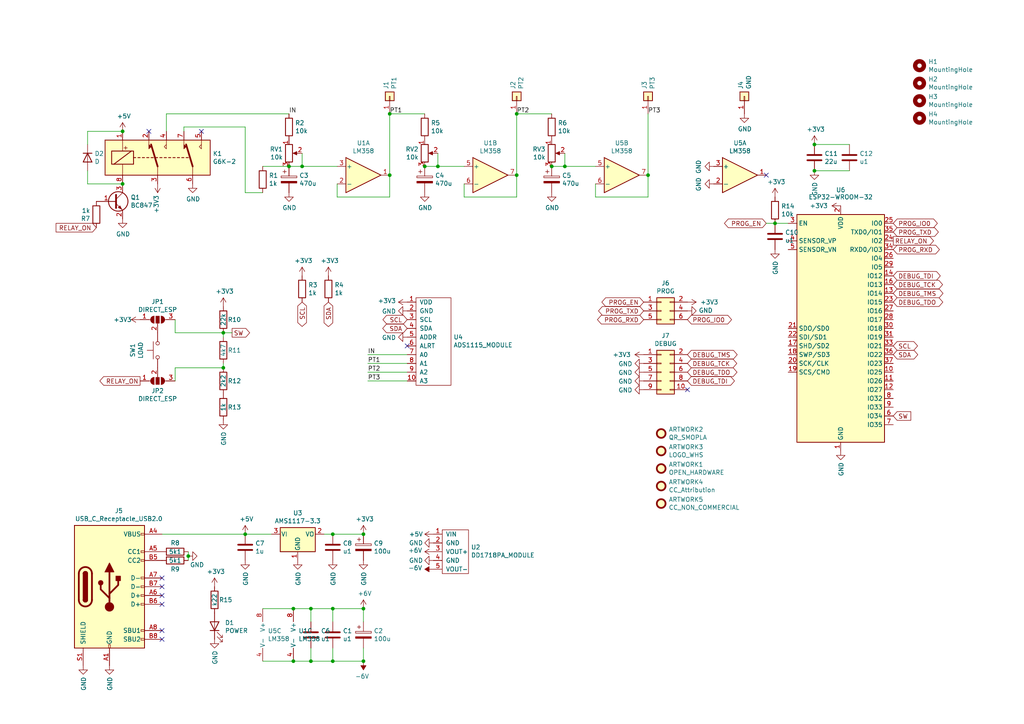
<source format=kicad_sch>
(kicad_sch (version 20211123) (generator eeschema)
  (paper "A4")
  (lib_symbols
    (symbol "Amplifier_Operational:LM358" (pin_names (offset 0.127))
      (property "Reference" "U" (at 0 5.08 0))
      (property "Value" "LM358" (at 0 -5.08 0))
      (symbol "LM358_1_1"
        (pin output line (at 7.62 0 180) (length 2.54) (name "~") (number "1"))
        (pin input line (at -7.62 -2.54 0) (length 2.54) (name "-") (number "2"))
        (pin input line (at -7.62 2.54 0) (length 2.54) (name "+") (number "3"))
      )
      (symbol "LM358_2_1"
        (pin input line (at -7.62 2.54 0) (length 2.54) (name "+") (number "5"))
        (pin input line (at -7.62 -2.54 0) (length 2.54) (name "-") (number "6"))
        (pin output line (at 7.62 0 180) (length 2.54) (name "~") (number "7"))
      )
      (symbol "LM358_3_1"
        (pin power_in line (at -2.54 -7.62 90) (length 3.81) (name "V-") (number "4"))
        (pin power_in line (at -2.54 7.62 270) (length 3.81) (name "V+") (number "8"))
      )
    )
    (symbol "Connector_Generic:Conn_01x01" (pin_names (offset 1.016) hide)
      (property "Reference" "J" (at 0 2.54 0))
      (property "Value" "Conn_01x01" (at 0 -2.54 0))
      (symbol "Conn_01x01_1_1"
        (pin passive line (at -5.08 0 0) (length 3.81) (name "Pin_1") (number "1"))
      )
    )
    (symbol "Connector_Generic:Conn_02x03_Odd_Even" (pin_names (offset 1.016) hide)
      (property "Reference" "J" (at 1.27 5.08 0))
      (property "Value" "Conn_02x03_Odd_Even" (at 1.27 -5.08 0))
      (symbol "Conn_02x03_Odd_Even_1_1"
        (pin passive line (at -5.08 2.54 0) (length 3.81) (name "Pin_1") (number "1"))
        (pin passive line (at 7.62 2.54 180) (length 3.81) (name "Pin_2") (number "2"))
        (pin passive line (at -5.08 0 0) (length 3.81) (name "Pin_3") (number "3"))
        (pin passive line (at 7.62 0 180) (length 3.81) (name "Pin_4") (number "4"))
        (pin passive line (at -5.08 -2.54 0) (length 3.81) (name "Pin_5") (number "5"))
        (pin passive line (at 7.62 -2.54 180) (length 3.81) (name "Pin_6") (number "6"))
      )
    )
    (symbol "Connector_Generic:Conn_02x05_Odd_Even" (pin_names (offset 1.016) hide)
      (property "Reference" "J" (at 1.27 7.62 0))
      (property "Value" "Conn_02x05_Odd_Even" (at 1.27 -7.62 0))
      (symbol "Conn_02x05_Odd_Even_1_1"
        (pin passive line (at -5.08 5.08 0) (length 3.81) (name "Pin_1") (number "1"))
        (pin passive line (at 7.62 -5.08 180) (length 3.81) (name "Pin_10") (number "10"))
        (pin passive line (at 7.62 5.08 180) (length 3.81) (name "Pin_2") (number "2"))
        (pin passive line (at -5.08 2.54 0) (length 3.81) (name "Pin_3") (number "3"))
        (pin passive line (at 7.62 2.54 180) (length 3.81) (name "Pin_4") (number "4"))
        (pin passive line (at -5.08 0 0) (length 3.81) (name "Pin_5") (number "5"))
        (pin passive line (at 7.62 0 180) (length 3.81) (name "Pin_6") (number "6"))
        (pin passive line (at -5.08 -2.54 0) (length 3.81) (name "Pin_7") (number "7"))
        (pin passive line (at 7.62 -2.54 180) (length 3.81) (name "Pin_8") (number "8"))
        (pin passive line (at -5.08 -5.08 0) (length 3.81) (name "Pin_9") (number "9"))
      )
    )
    (symbol "Device:C" (pin_numbers hide) (pin_names (offset 0.254))
      (property "Reference" "C" (at 0.635 2.54 0))
      (property "Value" "C" (at 0.635 -2.54 0))
      (symbol "C_1_1"
        (pin passive line (at 0 3.81 270) (length 2.794) (name "~") (number "1"))
        (pin passive line (at 0 -3.81 90) (length 2.794) (name "~") (number "2"))
      )
    )
    (symbol "Device:CP" (pin_numbers hide) (pin_names (offset 0.254))
      (property "Reference" "C" (at 0.635 2.54 0))
      (property "Value" "Device_CP" (at 0.635 -2.54 0))
      (symbol "CP_1_1"
        (pin passive line (at 0 3.81 270) (length 2.794) (name "~") (number "1"))
        (pin passive line (at 0 -3.81 90) (length 2.794) (name "~") (number "2"))
      )
    )
    (symbol "Device:D" (pin_numbers hide) (pin_names (offset 1.016) hide)
      (property "Reference" "D" (at 0 2.54 0))
      (property "Value" "D" (at 0 -2.54 0))
      (symbol "D_1_1"
        (pin passive line (at -3.81 0 0) (length 2.54) (name "K") (number "1"))
        (pin passive line (at 3.81 0 180) (length 2.54) (name "A") (number "2"))
      )
    )
    (symbol "Device:LED" (pin_numbers hide) (pin_names (offset 1.016) hide)
      (property "Reference" "D" (at 0 2.54 0))
      (property "Value" "LED" (at 0 -2.54 0))
      (symbol "LED_1_1"
        (pin passive line (at -3.81 0 0) (length 2.54) (name "K") (number "1"))
        (pin passive line (at 3.81 0 180) (length 2.54) (name "A") (number "2"))
      )
    )
    (symbol "Device:R" (pin_numbers hide) (pin_names (offset 0))
      (property "Reference" "R" (at 2.032 0 90))
      (property "Value" "R" (at 0 0 90))
      (symbol "R_1_1"
        (pin passive line (at 0 3.81 270) (length 1.27) (name "~") (number "1"))
        (pin passive line (at 0 -3.81 90) (length 1.27) (name "~") (number "2"))
      )
    )
    (symbol "Device:R_POT" (pin_names (offset 1.016) hide)
      (property "Reference" "RV" (at -4.445 0 90))
      (property "Value" "Device_R_POT" (at -2.54 0 90))
      (symbol "R_POT_1_1"
        (pin passive line (at 0 3.81 270) (length 1.27) (name "1") (number "1"))
        (pin passive line (at 3.81 0 180) (length 1.27) (name "2") (number "2"))
        (pin passive line (at 0 -3.81 90) (length 1.27) (name "3") (number "3"))
      )
    )
    (symbol "Jumper:SolderJumper_3_Open" (pin_names (offset 0) hide)
      (property "Reference" "JP" (at -2.54 -2.54 0))
      (property "Value" "SolderJumper_3_Open" (at 0 2.794 0))
      (symbol "SolderJumper_3_Open_1_1"
        (pin passive line (at -5.08 0 0) (length 2.54) (name "A") (number "1"))
        (pin input line (at 0 -3.81 90) (length 2.54) (name "C") (number "2"))
        (pin passive line (at 5.08 0 180) (length 2.54) (name "B") (number "3"))
      )
    )
    (symbol "Mechanical:Fiducial"
      (property "Reference" "FID" (at 0 5.08 0))
      (property "Value" "Fiducial" (at 0 3.175 0))
    )
    (symbol "Mechanical:MountingHole" (pin_names (offset 1.016))
      (property "Reference" "H" (at 0 5.08 0))
      (property "Value" "MountingHole" (at 0 3.175 0))
    )
    (symbol "PTnglieder-rescue:USB_C_Receptacle_USB2.0-Connector" (pin_names (offset 1.016))
      (property "Reference" "J" (at -10.16 19.05 0))
      (property "Value" "USB_C_Receptacle_USB2.0-Connector" (at 19.05 19.05 0))
      (symbol "USB_C_Receptacle_USB2.0-Connector_1_1"
        (pin power_in line (at 0 -22.86 90) (length 5.08) (name "GND") (number "A1"))
        (pin passive line (at 0 -22.86 90) (length 5.08) hide (name "GND") (number "A12"))
        (pin power_in line (at 15.24 15.24 180) (length 5.08) (name "VBUS") (number "A4"))
        (pin bidirectional line (at 15.24 10.16 180) (length 5.08) (name "CC1") (number "A5"))
        (pin bidirectional line (at 15.24 -2.54 180) (length 5.08) (name "D+") (number "A6"))
        (pin bidirectional line (at 15.24 2.54 180) (length 5.08) (name "D-") (number "A7"))
        (pin bidirectional line (at 15.24 -12.7 180) (length 5.08) (name "SBU1") (number "A8"))
        (pin passive line (at 15.24 15.24 180) (length 5.08) hide (name "VBUS") (number "A9"))
        (pin passive line (at 0 -22.86 90) (length 5.08) hide (name "GND") (number "B1"))
        (pin passive line (at 0 -22.86 90) (length 5.08) hide (name "GND") (number "B12"))
        (pin passive line (at 15.24 15.24 180) (length 5.08) hide (name "VBUS") (number "B4"))
        (pin bidirectional line (at 15.24 7.62 180) (length 5.08) (name "CC2") (number "B5"))
        (pin bidirectional line (at 15.24 -5.08 180) (length 5.08) (name "D+") (number "B6"))
        (pin bidirectional line (at 15.24 0 180) (length 5.08) (name "D-") (number "B7"))
        (pin bidirectional line (at 15.24 -15.24 180) (length 5.08) (name "SBU2") (number "B8"))
        (pin passive line (at 15.24 15.24 180) (length 5.08) hide (name "VBUS") (number "B9"))
        (pin passive line (at -7.62 -22.86 90) (length 5.08) (name "SHIELD") (number "S1"))
      )
    )
    (symbol "RF_Module:ESP32-WROOM-32"
      (property "Reference" "U" (at -12.7 34.29 0))
      (property "Value" "ESP32-WROOM-32" (at 1.27 34.29 0))
      (symbol "ESP32-WROOM-32_1_1"
        (pin power_in line (at 0 -35.56 90) (length 2.54) (name "GND") (number "1"))
        (pin bidirectional line (at 15.24 -12.7 180) (length 2.54) (name "IO25") (number "10"))
        (pin bidirectional line (at 15.24 -15.24 180) (length 2.54) (name "IO26") (number "11"))
        (pin bidirectional line (at 15.24 -17.78 180) (length 2.54) (name "IO27") (number "12"))
        (pin bidirectional line (at 15.24 10.16 180) (length 2.54) (name "IO14") (number "13"))
        (pin bidirectional line (at 15.24 15.24 180) (length 2.54) (name "IO12") (number "14"))
        (pin passive line (at 0 -35.56 90) (length 2.54) hide (name "GND") (number "15"))
        (pin bidirectional line (at 15.24 12.7 180) (length 2.54) (name "IO13") (number "16"))
        (pin bidirectional line (at -15.24 -5.08 0) (length 2.54) (name "SHD/SD2") (number "17"))
        (pin bidirectional line (at -15.24 -7.62 0) (length 2.54) (name "SWP/SD3") (number "18"))
        (pin bidirectional line (at -15.24 -12.7 0) (length 2.54) (name "SCS/CMD") (number "19"))
        (pin power_in line (at 0 35.56 270) (length 2.54) (name "VDD") (number "2"))
        (pin bidirectional line (at -15.24 -10.16 0) (length 2.54) (name "SCK/CLK") (number "20"))
        (pin bidirectional line (at -15.24 0 0) (length 2.54) (name "SDO/SD0") (number "21"))
        (pin bidirectional line (at -15.24 -2.54 0) (length 2.54) (name "SDI/SD1") (number "22"))
        (pin bidirectional line (at 15.24 7.62 180) (length 2.54) (name "IO15") (number "23"))
        (pin bidirectional line (at 15.24 25.4 180) (length 2.54) (name "IO2") (number "24"))
        (pin bidirectional line (at 15.24 30.48 180) (length 2.54) (name "IO0") (number "25"))
        (pin bidirectional line (at 15.24 20.32 180) (length 2.54) (name "IO4") (number "26"))
        (pin bidirectional line (at 15.24 5.08 180) (length 2.54) (name "IO16") (number "27"))
        (pin bidirectional line (at 15.24 2.54 180) (length 2.54) (name "IO17") (number "28"))
        (pin bidirectional line (at 15.24 17.78 180) (length 2.54) (name "IO5") (number "29"))
        (pin input line (at -15.24 30.48 0) (length 2.54) (name "EN") (number "3"))
        (pin bidirectional line (at 15.24 0 180) (length 2.54) (name "IO18") (number "30"))
        (pin bidirectional line (at 15.24 -2.54 180) (length 2.54) (name "IO19") (number "31"))
        (pin no_connect line (at -12.7 -27.94 0) (length 2.54) hide (name "NC") (number "32"))
        (pin bidirectional line (at 15.24 -5.08 180) (length 2.54) (name "IO21") (number "33"))
        (pin bidirectional line (at 15.24 22.86 180) (length 2.54) (name "RXD0/IO3") (number "34"))
        (pin bidirectional line (at 15.24 27.94 180) (length 2.54) (name "TXD0/IO1") (number "35"))
        (pin bidirectional line (at 15.24 -7.62 180) (length 2.54) (name "IO22") (number "36"))
        (pin bidirectional line (at 15.24 -10.16 180) (length 2.54) (name "IO23") (number "37"))
        (pin passive line (at 0 -35.56 90) (length 2.54) hide (name "GND") (number "38"))
        (pin passive line (at 0 -35.56 90) (length 2.54) hide (name "GND") (number "39"))
        (pin input line (at -15.24 25.4 0) (length 2.54) (name "SENSOR_VP") (number "4"))
        (pin input line (at -15.24 22.86 0) (length 2.54) (name "SENSOR_VN") (number "5"))
        (pin input line (at 15.24 -25.4 180) (length 2.54) (name "IO34") (number "6"))
        (pin input line (at 15.24 -27.94 180) (length 2.54) (name "IO35") (number "7"))
        (pin bidirectional line (at 15.24 -20.32 180) (length 2.54) (name "IO32") (number "8"))
        (pin bidirectional line (at 15.24 -22.86 180) (length 2.54) (name "IO33") (number "9"))
      )
    )
    (symbol "Regulator_Linear:AMS1117-3.3" (pin_names (offset 0.254))
      (property "Reference" "U" (at -3.81 3.175 0))
      (property "Value" "AMS1117-3.3" (at 0 3.175 0))
      (symbol "AMS1117-3.3_1_1"
        (pin power_in line (at 0 -7.62 90) (length 2.54) (name "GND") (number "1"))
        (pin power_out line (at 7.62 0 180) (length 2.54) (name "VO") (number "2"))
        (pin power_in line (at -7.62 0 0) (length 2.54) (name "VI") (number "3"))
      )
    )
    (symbol "Relay:G6K-2"
      (property "Reference" "K" (at 16.51 3.81 0))
      (property "Value" "G6K-2" (at 16.51 1.27 0))
      (symbol "G6K-2_0_0"
        (text "+" (at -9.271 2.921 0) (effects (font (size 1.27 1.27))))
      )
      (symbol "G6K-2_1_1"
        (pin passive line (at -10.16 7.62 270) (length 2.54) (name "~") (number "1"))
        (pin passive line (at -2.54 7.62 270) (length 2.54) (name "~") (number "2"))
        (pin passive line (at 0 -7.62 90) (length 2.54) (name "~") (number "3"))
        (pin passive line (at 2.54 7.62 270) (length 2.54) (name "~") (number "4"))
        (pin passive line (at 12.7 7.62 270) (length 2.54) (name "~") (number "5"))
        (pin passive line (at 10.16 -7.62 90) (length 2.54) (name "~") (number "6"))
        (pin passive line (at 7.62 7.62 270) (length 2.54) (name "~") (number "7"))
        (pin passive line (at -10.16 -7.62 90) (length 2.54) (name "~") (number "8"))
      )
    )
    (symbol "Switch:SW_Push" (pin_numbers hide) (pin_names (offset 1.016) hide)
      (property "Reference" "SW" (at 1.27 2.54 0))
      (property "Value" "SW_Push" (at 0 -1.524 0))
      (symbol "SW_Push_0_1"
        (pin passive line (at -5.08 0 0) (length 2.54) (name "1") (number "1"))
        (pin passive line (at 5.08 0 180) (length 2.54) (name "2") (number "2"))
      )
    )
    (symbol "Transistor_BJT:BC847" (pin_names (offset 0) hide)
      (property "Reference" "Q" (at 5.08 1.905 0))
      (property "Value" "BC847" (at 5.08 0 0))
      (symbol "BC847_1_1"
        (pin input line (at -5.08 0 0) (length 5.715) (name "B") (number "1"))
        (pin passive line (at 2.54 -5.08 90) (length 2.54) (name "E") (number "2"))
        (pin passive line (at 2.54 5.08 270) (length 2.54) (name "C") (number "3"))
      )
    )
    (symbol "power:+3V3" (power) (pin_names (offset 0))
      (property "Value" "+3V3" (at 0 3.556 0))
      (symbol "+3V3_1_1"
        (pin power_in line (at 0 0 90) (length 0) hide (name "+3V3") (number "1"))
      )
    )
    (symbol "power:+5V" (power) (pin_names (offset 0))
      (property "Value" "+5V" (at 0 3.556 0))
      (symbol "+5V_1_1"
        (pin power_in line (at 0 0 90) (length 0) hide (name "+5V") (number "1"))
      )
    )
    (symbol "power:+6V" (power) (pin_names (offset 0))
      (property "Value" "+6V" (at 0 3.556 0))
      (symbol "+6V_1_1"
        (pin power_in line (at 0 0 90) (length 0) hide (name "+6V") (number "1"))
      )
    )
    (symbol "power:-6V" (power) (pin_names (offset 0))
      (property "Value" "-6V" (at 0 3.81 0))
      (symbol "-6V_0_0"
        (pin power_in line (at 0 0 90) (length 0) hide (name "-6V") (number "1"))
      )
    )
    (symbol "power:GND" (power) (pin_names (offset 0))
      (property "Value" "GND" (at 0 -3.81 0))
      (symbol "GND_1_1"
        (pin power_in line (at 0 0 270) (length 0) hide (name "GND") (number "1"))
      )
    )
    (symbol "smopla:ADS1115_MODULE" (pin_names (offset 1.016))
      (property "Reference" "U" (at 0 22.86 0))
      (property "Value" "smopla_ADS1115_MODULE" (at 0 20.32 0))
      (symbol "ADS1115_MODULE_1_1"
        (pin power_in line (at -7.62 17.78 0) (length 2.54) (name "VDD") (number "1"))
        (pin input line (at -7.62 -5.08 0) (length 2.54) (name "A3") (number "10"))
        (pin power_in line (at -7.62 15.24 0) (length 2.54) (name "GND") (number "2"))
        (pin bidirectional line (at -7.62 12.7 0) (length 2.54) (name "SCL") (number "3"))
        (pin bidirectional line (at -7.62 10.16 0) (length 2.54) (name "SDA") (number "4"))
        (pin input line (at -7.62 7.62 0) (length 2.54) (name "ADDR") (number "5"))
        (pin output line (at -7.62 5.08 0) (length 2.54) (name "ALRT") (number "6"))
        (pin input line (at -7.62 2.54 0) (length 2.54) (name "A0") (number "7"))
        (pin input line (at -7.62 0 0) (length 2.54) (name "A1") (number "8"))
        (pin input line (at -7.62 -2.54 0) (length 2.54) (name "A2") (number "9"))
      )
    )
    (symbol "smopla:DD1718PA_MODULE" (pin_names (offset 1.016))
      (property "Reference" "U" (at 0 10.16 0))
      (property "Value" "smopla_DD1718PA_MODULE" (at 0 7.62 0))
      (symbol "DD1718PA_MODULE_1_1"
        (pin power_in line (at -6.35 5.08 0) (length 2.54) (name "VIN") (number "1"))
        (pin unspecified line (at -6.35 2.54 0) (length 2.54) (name "GND") (number "2"))
        (pin power_out line (at -6.35 0 0) (length 2.54) (name "VOUT+") (number "3"))
        (pin unspecified line (at -6.35 -2.54 0) (length 2.54) (name "GND") (number "4"))
        (pin power_out line (at -6.35 -5.08 0) (length 2.54) (name "VOUT-") (number "5"))
      )
    )
  )
  (junction (at 149.86 33.02))
  (junction (at 236.22 41.91))
  (junction (at 64.77 106.68))
  (junction (at 105.41 154.94))
  (junction (at 85.09 191.77))
  (junction (at 160.02 48.26))
  (junction (at 96.52 154.94))
  (junction (at 83.82 48.26))
  (junction (at 90.17 191.77))
  (junction (at 127 48.26))
  (junction (at 35.56 53.34))
  (junction (at 236.22 49.53))
  (junction (at 187.96 50.8))
  (junction (at 163.83 48.26))
  (junction (at 87.63 48.26))
  (junction (at 96.52 176.53))
  (junction (at 123.19 48.26))
  (junction (at 105.41 176.53))
  (junction (at 149.86 50.8))
  (junction (at 85.09 176.53))
  (junction (at 113.03 33.02))
  (junction (at 96.52 191.77))
  (junction (at 90.17 176.53))
  (junction (at 224.79 64.77))
  (junction (at 71.12 154.94))
  (junction (at 105.41 191.77))
  (junction (at 35.56 38.1))
  (junction (at 113.03 50.8))
  (junction (at 54.61 161.29))
  (junction (at 64.77 96.52))
  (no_connect (at 118.11 100.33))
  (no_connect (at 46.99 185.42))
  (no_connect (at 46.99 170.18))
  (no_connect (at 222.25 50.8))
  (no_connect (at 46.99 182.88))
  (no_connect (at 46.99 172.72))
  (no_connect (at 58.42 38.1))
  (no_connect (at 43.18 38.1))
  (no_connect (at 46.99 175.26))
  (no_connect (at 46.99 167.64))
  (no_connect (at 199.39 113.03))
  (no_connect (at -44.45 26.67))
  (wire (pts (xy 96.52 191.77) (xy 96.52 187.96)))
  (wire (pts (xy 118.11 105.41) (xy 106.68 105.41)))
  (wire (pts (xy 90.17 180.34) (xy 90.17 176.53)))
  (wire (pts (xy 127 48.26) (xy 134.62 48.26)))
  (wire (pts (xy 76.2 48.26) (xy 83.82 48.26)))
  (wire (pts (xy 97.79 57.15) (xy 113.03 57.15)))
  (wire (pts (xy 149.86 57.15) (xy 149.86 50.8)))
  (wire (pts (xy 53.34 36.83) (xy 53.34 38.1)))
  (wire (pts (xy 172.72 53.34) (xy 172.72 57.15)))
  (wire (pts (xy 50.8 96.52) (xy 50.8 92.71)))
  (wire (pts (xy 64.77 97.79) (xy 64.77 96.52)))
  (wire (pts (xy 48.26 33.02) (xy 48.26 38.1)))
  (wire (pts (xy 64.77 96.52) (xy 67.31 96.52)))
  (wire (pts (xy 246.38 49.53) (xy 236.22 49.53)))
  (wire (pts (xy 93.98 154.94) (xy 96.52 154.94)))
  (wire (pts (xy 90.17 191.77) (xy 96.52 191.77)))
  (wire (pts (xy 113.03 50.8) (xy 113.03 57.15)))
  (wire (pts (xy 96.52 176.53) (xy 105.41 176.53)))
  (wire (pts (xy 64.77 105.41) (xy 64.77 106.68)))
  (wire (pts (xy 149.86 50.8) (xy 149.86 33.02)))
  (wire (pts (xy 35.56 38.1) (xy 25.4 38.1)))
  (wire (pts (xy 71.12 154.94) (xy 78.74 154.94)))
  (wire (pts (xy 54.61 162.56) (xy 54.61 161.29)))
  (wire (pts (xy 87.63 44.45) (xy 87.63 48.26)))
  (wire (pts (xy 228.6 64.77) (xy 224.79 64.77)))
  (wire (pts (xy 187.96 50.8) (xy 187.96 57.15)))
  (wire (pts (xy 76.2 55.88) (xy 71.12 55.88)))
  (wire (pts (xy 96.52 154.94) (xy 105.41 154.94)))
  (wire (pts (xy 105.41 191.77) (xy 105.41 187.96)))
  (wire (pts (xy 118.11 107.95) (xy 106.68 107.95)))
  (wire (pts (xy 71.12 36.83) (xy 53.34 36.83)))
  (wire (pts (xy 90.17 176.53) (xy 96.52 176.53)))
  (wire (pts (xy 76.2 191.77) (xy 85.09 191.77)))
  (wire (pts (xy 96.52 191.77) (xy 105.41 191.77)))
  (wire (pts (xy 246.38 41.91) (xy 236.22 41.91)))
  (wire (pts (xy 97.79 53.34) (xy 97.79 57.15)))
  (wire (pts (xy 71.12 55.88) (xy 71.12 36.83)))
  (wire (pts (xy 35.56 53.34) (xy 25.4 53.34)))
  (wire (pts (xy 123.19 48.26) (xy 127 48.26)))
  (wire (pts (xy 25.4 38.1) (xy 25.4 41.91)))
  (wire (pts (xy 149.86 33.02) (xy 160.02 33.02)))
  (wire (pts (xy 76.2 176.53) (xy 85.09 176.53)))
  (wire (pts (xy 127 44.45) (xy 127 48.26)))
  (wire (pts (xy 134.62 57.15) (xy 149.86 57.15)))
  (wire (pts (xy 134.62 53.34) (xy 134.62 57.15)))
  (wire (pts (xy 85.09 191.77) (xy 90.17 191.77)))
  (wire (pts (xy 163.83 44.45) (xy 163.83 48.26)))
  (wire (pts (xy 113.03 33.02) (xy 113.03 50.8)))
  (wire (pts (xy 160.02 48.26) (xy 163.83 48.26)))
  (wire (pts (xy 54.61 161.29) (xy 54.61 160.02)))
  (wire (pts (xy 163.83 48.26) (xy 172.72 48.26)))
  (wire (pts (xy 25.4 53.34) (xy 25.4 49.53)))
  (wire (pts (xy 118.11 110.49) (xy 106.68 110.49)))
  (wire (pts (xy 113.03 33.02) (xy 123.19 33.02)))
  (wire (pts (xy 105.41 176.53) (xy 105.41 180.34)))
  (wire (pts (xy 172.72 57.15) (xy 187.96 57.15)))
  (wire (pts (xy 224.79 64.77) (xy 222.25 64.77)))
  (wire (pts (xy 187.96 33.02) (xy 187.96 50.8)))
  (wire (pts (xy 90.17 187.96) (xy 90.17 191.77)))
  (wire (pts (xy 50.8 106.68) (xy 50.8 110.49)))
  (wire (pts (xy 46.99 154.94) (xy 71.12 154.94)))
  (wire (pts (xy 96.52 176.53) (xy 96.52 180.34)))
  (wire (pts (xy 85.09 176.53) (xy 90.17 176.53)))
  (wire (pts (xy 83.82 33.02) (xy 48.26 33.02)))
  (wire (pts (xy 87.63 48.26) (xy 97.79 48.26)))
  (wire (pts (xy 118.11 102.87) (xy 106.68 102.87)))
  (wire (pts (xy 83.82 48.26) (xy 87.63 48.26)))
  (wire (pts (xy 50.8 96.52) (xy 64.77 96.52)))
  (wire (pts (xy 50.8 106.68) (xy 64.77 106.68)))
  (label "PT1" (at 113.03 33.02 0))
  (label "IN" (at 106.68 102.87 0))
  (label "IN" (at 83.82 33.02 0))
  (label "PT1" (at 106.68 105.41 0))
  (label "PT3" (at 106.68 110.49 0))
  (label "PT2" (at 106.68 107.95 0))
  (label "PT2" (at 149.86 33.02 0))
  (label "PT3" (at 187.96 33.02 0))
  (global_label "SDA" (shape bidirectional) (at 259.08 102.87 0) (property "Intersheet References" "${INTERSHEET_REFS}" (effects hide)))
  (global_label "PROG_EN" (shape bidirectional) (at 222.25 64.77 180) (property "Intersheet References" "${INTERSHEET_REFS}" (effects hide)))
  (global_label "DEBUG_TCK" (shape bidirectional) (at 259.08 82.55 0) (property "Intersheet References" "${INTERSHEET_REFS}" (effects hide)))
  (global_label "DEBUG_TDO" (shape bidirectional) (at 259.08 87.63 0) (property "Intersheet References" "${INTERSHEET_REFS}" (effects hide)))
  (global_label "SCL" (shape bidirectional) (at 259.08 100.33 0) (property "Intersheet References" "${INTERSHEET_REFS}" (effects hide)))
  (global_label "DEBUG_TMS" (shape bidirectional) (at 259.08 85.09 0) (property "Intersheet References" "${INTERSHEET_REFS}" (effects hide)))
  (global_label "RELAY_ON" (shape output) (at 259.08 69.85 0) (property "Intersheet References" "${INTERSHEET_REFS}" (effects hide)))
  (global_label "SW" (shape output) (at 67.31 96.52 0) (property "Intersheet References" "${INTERSHEET_REFS}" (effects hide)))
  (global_label "SDA" (shape bidirectional) (at 95.25 87.63 270) (property "Intersheet References" "${INTERSHEET_REFS}" (effects hide)))
  (global_label "DEBUG_TCK" (shape bidirectional) (at 199.39 105.41 0) (property "Intersheet References" "${INTERSHEET_REFS}" (effects hide)))
  (global_label "SCL" (shape bidirectional) (at 118.11 92.71 180) (property "Intersheet References" "${INTERSHEET_REFS}" (effects hide)))
  (global_label "PROG_TXD" (shape bidirectional) (at 186.69 90.17 180) (property "Intersheet References" "${INTERSHEET_REFS}" (effects hide)))
  (global_label "DEBUG_TDI" (shape bidirectional) (at 199.39 110.49 0) (property "Intersheet References" "${INTERSHEET_REFS}" (effects hide)))
  (global_label "SCL" (shape bidirectional) (at 87.63 87.63 270) (property "Intersheet References" "${INTERSHEET_REFS}" (effects hide)))
  (global_label "DEBUG_TDO" (shape bidirectional) (at 199.39 107.95 0) (property "Intersheet References" "${INTERSHEET_REFS}" (effects hide)))
  (global_label "PROG_TXD" (shape bidirectional) (at 259.08 67.31 0) (property "Intersheet References" "${INTERSHEET_REFS}" (effects hide)))
  (global_label "PROG_RXD" (shape bidirectional) (at 186.69 92.71 180) (property "Intersheet References" "${INTERSHEET_REFS}" (effects hide)))
  (global_label "RELAY_ON" (shape output) (at 40.64 110.49 180) (property "Intersheet References" "${INTERSHEET_REFS}" (effects hide)))
  (global_label "PROG_IO0" (shape bidirectional) (at 199.39 92.71 0) (property "Intersheet References" "${INTERSHEET_REFS}" (effects hide)))
  (global_label "DEBUG_TMS" (shape bidirectional) (at 199.39 102.87 0) (property "Intersheet References" "${INTERSHEET_REFS}" (effects hide)))
  (global_label "PROG_IO0" (shape bidirectional) (at 259.08 64.77 0) (property "Intersheet References" "${INTERSHEET_REFS}" (effects hide)))
  (global_label "PROG_EN" (shape bidirectional) (at 186.69 87.63 180) (property "Intersheet References" "${INTERSHEET_REFS}" (effects hide)))
  (global_label "SW" (shape input) (at 259.08 120.65 0) (property "Intersheet References" "${INTERSHEET_REFS}" (effects hide)))
  (global_label "RELAY_ON" (shape input) (at 27.94 66.04 180) (property "Intersheet References" "${INTERSHEET_REFS}" (effects hide)))
  (global_label "SDA" (shape bidirectional) (at 118.11 95.25 180) (property "Intersheet References" "${INTERSHEET_REFS}" (effects hide)))
  (global_label "DEBUG_TDI" (shape bidirectional) (at 259.08 80.01 0) (property "Intersheet References" "${INTERSHEET_REFS}" (effects hide)))
  (global_label "PROG_RXD" (shape bidirectional) (at 259.08 72.39 0) (property "Intersheet References" "${INTERSHEET_REFS}" (effects hide)))
  (symbol (lib_id "Mechanical:MountingHole") (at 266.7 19.05 0) (unit 1)
    (property "Reference" "H1" (at 269.24 17.8816 0) (effects (justify left)))
    (property "Value" "MountingHole" (at 269.24 20.193 0) (effects (justify left)))
    (property "Footprint" "MountingHole:MountingHole_3.2mm_M3_DIN965" (effects hide))
  )
  (symbol (lib_id "Amplifier_Operational:LM358") (at 87.63 184.15 0) (unit 3)
    (property "Reference" "U1" (at 86.5632 182.9816 0) (effects (justify left)))
    (property "Value" "LM358" (at 86.5632 185.293 0) (effects (justify left)))
    (property "Footprint" "sensact:SOIC-8_3.9x4.9mm_Pitch1.27mm_handsolder" (effects hide))
    (property "Datasheet" "http://www.ti.com/lit/ds/symlink/lm2904-n.pdf" (effects hide))
  )
  (symbol (lib_id "Mechanical:MountingHole") (at 266.7 24.13 0) (unit 1)
    (property "Reference" "H2" (at 269.24 22.9616 0) (effects (justify left)))
    (property "Value" "MountingHole" (at 269.24 25.273 0) (effects (justify left)))
    (property "Footprint" "MountingHole:MountingHole_3.2mm_M3_DIN965" (effects hide))
  )
  (symbol (lib_id "Mechanical:MountingHole") (at 266.7 29.21 0) (unit 1)
    (property "Reference" "H3" (at 269.24 28.0416 0) (effects (justify left)))
    (property "Value" "MountingHole" (at 269.24 30.353 0) (effects (justify left)))
    (property "Footprint" "MountingHole:MountingHole_3.2mm_M3_DIN965" (effects hide))
  )
  (symbol (lib_id "Mechanical:MountingHole") (at 266.7 34.29 0) (unit 1)
    (property "Reference" "H4" (at 269.24 33.1216 0) (effects (justify left)))
    (property "Value" "MountingHole" (at 269.24 35.433 0) (effects (justify left)))
    (property "Footprint" "MountingHole:MountingHole_3.2mm_M3_DIN965" (effects hide))
  )
  (symbol (lib_id "Mechanical:Fiducial") (at 191.77 125.73 0) (unit 1)
    (property "Reference" "ARTWORK2" (at 193.929 124.5616 0) (effects (justify left)))
    (property "Value" "QR_SMOPLA" (at 193.929 126.873 0) (effects (justify left)))
    (property "Footprint" "smopla:QR_CODE_smopla_de" (effects hide))
  )
  (symbol (lib_id "power:GND") (at 243.84 130.81 0) (unit 1)
    (property "Reference" "#PWR0101" (effects hide))
    (property "Value" "GND" (at 243.967 134.0612 90) (effects (justify right)))
  )
  (symbol (lib_id "Mechanical:Fiducial") (at 191.77 130.81 0) (unit 1)
    (property "Reference" "ARTWORK3" (at 193.929 129.6416 0) (effects (justify left)))
    (property "Value" "LOGO_WHS" (at 193.929 131.953 0) (effects (justify left)))
    (property "Footprint" "smopla:LOGO_WHS" (effects hide))
  )
  (symbol (lib_id "Connector_Generic:Conn_01x01") (at 113.03 27.94 90) (unit 1)
    (property "Reference" "J1" (at 111.9632 25.908 0) (effects (justify left)))
    (property "Value" "PT1" (at 114.2746 25.908 0) (effects (justify left)))
    (property "Footprint" "smopla:LABORATORY_JACK_RECESSED" (effects hide))
  )
  (symbol (lib_id "smopla:ADS1115_MODULE") (at 125.73 105.41 0) (unit 1)
    (property "Reference" "U4" (at 131.5212 97.7646 0) (effects (justify left)))
    (property "Value" "ADS1115_MODULE" (at 131.5212 100.076 0) (effects (justify left)))
    (property "Footprint" "smopla:ADS1115_MODULE_SMD" (effects hide))
  )
  (symbol (lib_id "Device:R") (at 87.63 83.82 0) (unit 1)
    (property "Reference" "R3" (at 89.408 82.6516 0) (effects (justify left)))
    (property "Value" "1k" (at 89.408 84.963 0) (effects (justify left)))
    (property "Footprint" "Resistor_SMD:R_0805_2012Metric_Pad1.15x1.40mm_HandSolder" (effects hide))
  )
  (symbol (lib_id "Device:R") (at 95.25 83.82 0) (unit 1)
    (property "Reference" "R4" (at 97.028 82.6516 0) (effects (justify left)))
    (property "Value" "1k" (at 97.028 84.963 0) (effects (justify left)))
    (property "Footprint" "Resistor_SMD:R_0805_2012Metric_Pad1.15x1.40mm_HandSolder" (effects hide))
  )
  (symbol (lib_id "power:+3V3") (at 87.63 80.01 0) (unit 1)
    (property "Reference" "#PWR0105" (effects hide))
    (property "Value" "+3V3" (at 88.011 75.6158 0))
  )
  (symbol (lib_id "power:+3V3") (at 95.25 80.01 0) (unit 1)
    (property "Reference" "#PWR0106" (effects hide))
    (property "Value" "+3V3" (at 95.631 75.6158 0))
  )
  (symbol (lib_id "Device:C") (at 96.52 184.15 0) (unit 1)
    (property "Reference" "C1" (at 99.441 182.9816 0) (effects (justify left)))
    (property "Value" "u1" (at 99.441 185.293 0) (effects (justify left)))
    (property "Footprint" "Capacitor_SMD:C_0805_2012Metric_Pad1.15x1.40mm_HandSolder" (effects hide))
  )
  (symbol (lib_id "Device:CP") (at 105.41 184.15 0) (unit 1)
    (property "Reference" "C2" (at 108.4072 182.9816 0) (effects (justify left)))
    (property "Value" "100u" (at 108.4072 185.293 0) (effects (justify left)))
    (property "Footprint" "Capacitor_SMD:CP_Elec_6.3x5.7" (effects hide))
  )
  (symbol (lib_id "Device:R_POT") (at 83.82 44.45 0) (unit 1)
    (property "Reference" "RV1" (at 82.042 43.2816 0) (effects (justify right)))
    (property "Value" "10k" (at 82.042 45.593 0) (effects (justify right)))
    (property "Footprint" "Potentiometer_THT:Potentiometer_Alps_RK09K_Single_Vertical" (effects hide))
  )
  (symbol (lib_id "Device:CP") (at 83.82 52.07 0) (unit 1)
    (property "Reference" "C3" (at 86.8172 50.9016 0) (effects (justify left)))
    (property "Value" "470u" (at 86.8172 53.213 0) (effects (justify left)))
    (property "Footprint" "Capacitor_SMD:CP_Elec_10x10" (effects hide))
  )
  (symbol (lib_id "Device:R") (at 83.82 36.83 0) (unit 1)
    (property "Reference" "R2" (at 85.598 35.6616 0) (effects (justify left)))
    (property "Value" "10k" (at 85.598 37.973 0) (effects (justify left)))
    (property "Footprint" "Resistor_SMD:R_0805_2012Metric_Pad1.15x1.40mm_HandSolder" (effects hide))
  )
  (symbol (lib_id "Switch:SW_Push") (at 45.72 101.6 90) (unit 1)
    (property "Reference" "SW1" (at 38.481 101.6 0))
    (property "Value" "LOAD" (at 40.7924 101.6 0))
    (property "Footprint" "smopla:SW_PUSH-12mm_ANCHOR_CENTER" (effects hide))
  )
  (symbol (lib_id "Device:R") (at 76.2 52.07 0) (unit 1)
    (property "Reference" "R1" (at 77.978 50.9016 0) (effects (justify left)))
    (property "Value" "1k" (at 77.978 53.213 0) (effects (justify left)))
    (property "Footprint" "Resistor_SMD:R_0805_2012Metric_Pad1.15x1.40mm_HandSolder" (effects hide))
  )
  (symbol (lib_id "power:+3V3") (at 45.72 53.34 180) (unit 1)
    (property "Reference" "#PWR0109" (effects hide))
    (property "Value" "+3V3" (at 45.339 56.5912 90) (effects (justify left)))
  )
  (symbol (lib_id "power:GND") (at 83.82 55.88 0) (unit 1)
    (property "Reference" "#PWR0108" (effects hide))
    (property "Value" "GND" (at 83.947 60.2742 0))
  )
  (symbol (lib_id "RF_Module:ESP32-WROOM-32") (at 243.84 95.25 0) (unit 1)
    (property "Reference" "U6" (at 243.84 55.0926 0))
    (property "Value" "ESP32-WROOM-32" (at 243.84 57.15 0))
    (property "Footprint" "smopla:ESP32-WROOM-32_HANDSOLDER" (effects hide))
    (property "Datasheet" "https://www.espressif.com/sites/default/files/documentation/esp32-wroom-32_datasheet_en.pdf" (effects hide))
  )
  (symbol (lib_id "Regulator_Linear:AMS1117-3.3") (at 86.36 154.94 0) (unit 1)
    (property "Reference" "U3" (at 86.36 148.7932 0))
    (property "Value" "AMS1117-3.3" (at 86.36 151.1046 0))
    (property "Footprint" "smopla:SOT-223-3_TabPin2_HANDSOLDER" (effects hide))
    (property "Datasheet" "http://www.advanced-monolithic.com/pdf/ds1117.pdf" (effects hide))
  )
  (symbol (lib_id "Device:C") (at 71.12 158.75 0) (unit 1)
    (property "Reference" "C7" (at 74.041 157.5816 0) (effects (justify left)))
    (property "Value" "1u" (at 74.041 159.893 0) (effects (justify left)))
    (property "Footprint" "Capacitor_SMD:C_0805_2012Metric_Pad1.15x1.40mm_HandSolder" (effects hide))
  )
  (symbol (lib_id "PTnglieder-rescue:USB_C_Receptacle_USB2.0-Connector") (at 31.75 170.18 0) (unit 1)
    (property "Reference" "J5" (at 34.4678 148.1582 0))
    (property "Value" "USB_C_Receptacle_USB2.0" (at 34.4678 150.4696 0))
    (property "Footprint" "smopla:USB_C_Receptacle_HANDSOLDER" (effects hide))
    (property "Datasheet" "https://www.usb.org/sites/default/files/documents/usb_type-c.zip" (effects hide))
  )
  (symbol (lib_id "power:GND") (at 31.75 193.04 0) (unit 1)
    (property "Reference" "#PWR02" (effects hide))
    (property "Value" "GND" (at 31.877 196.2912 90) (effects (justify right)))
  )
  (symbol (lib_id "power:GND") (at 24.13 193.04 0) (unit 1)
    (property "Reference" "#PWR01" (effects hide))
    (property "Value" "GND" (at 24.257 196.2912 90) (effects (justify right)))
  )
  (symbol (lib_id "Device:R") (at 50.8 160.02 270) (unit 1)
    (property "Reference" "R8" (at 50.8 157.48 90))
    (property "Value" "5k1" (at 50.8 160.02 90))
    (property "Footprint" "Resistor_SMD:R_0805_2012Metric_Pad1.15x1.40mm_HandSolder" (effects hide))
  )
  (symbol (lib_id "power:GND") (at 123.19 55.88 0) (unit 1)
    (property "Reference" "#PWR0110" (effects hide))
    (property "Value" "GND" (at 123.317 60.2742 0))
  )
  (symbol (lib_id "Device:R") (at 123.19 36.83 0) (unit 1)
    (property "Reference" "R5" (at 124.968 35.6616 0) (effects (justify left)))
    (property "Value" "10k" (at 124.968 37.973 0) (effects (justify left)))
    (property "Footprint" "Resistor_SMD:R_0805_2012Metric_Pad1.15x1.40mm_HandSolder" (effects hide))
  )
  (symbol (lib_id "Device:CP") (at 123.19 52.07 0) (unit 1)
    (property "Reference" "C4" (at 126.1872 50.9016 0) (effects (justify left)))
    (property "Value" "470u" (at 126.1872 53.213 0) (effects (justify left)))
    (property "Footprint" "Capacitor_SMD:CP_Elec_10x10" (effects hide))
  )
  (symbol (lib_id "Device:R_POT") (at 123.19 44.45 0) (unit 1)
    (property "Reference" "RV2" (at 121.412 43.2816 0) (effects (justify right)))
    (property "Value" "10k" (at 121.412 45.593 0) (effects (justify right)))
    (property "Footprint" "Potentiometer_THT:Potentiometer_Alps_RK09K_Single_Vertical" (effects hide))
  )
  (symbol (lib_id "Device:R") (at 50.8 162.56 90) (unit 1)
    (property "Reference" "R9" (at 50.8 165.1 90))
    (property "Value" "5k1" (at 50.8 162.56 90))
    (property "Footprint" "Resistor_SMD:R_0805_2012Metric_Pad1.15x1.40mm_HandSolder" (effects hide))
  )
  (symbol (lib_id "power:GND") (at 54.61 161.29 90) (unit 1)
    (property "Reference" "#PWR06" (effects hide))
    (property "Value" "GND" (at 57.15 163.83 90))
  )
  (symbol (lib_id "power:GND") (at 71.12 162.56 0) (unit 1)
    (property "Reference" "#PWR011" (effects hide))
    (property "Value" "GND" (at 71.247 165.8112 90) (effects (justify right)))
  )
  (symbol (lib_id "power:GND") (at 86.36 162.56 0) (unit 1)
    (property "Reference" "#PWR012" (effects hide))
    (property "Value" "GND" (at 86.487 165.8112 90) (effects (justify right)))
  )
  (symbol (lib_id "power:+5V") (at 71.12 154.94 0) (unit 1)
    (property "Reference" "#PWR010" (effects hide))
    (property "Value" "+5V" (at 71.501 150.5458 0))
  )
  (symbol (lib_id "Amplifier_Operational:LM358") (at 142.24 50.8 0) (unit 2)
    (property "Reference" "U1" (at 142.24 41.4782 0))
    (property "Value" "LM358" (at 142.24 43.7896 0))
    (property "Footprint" "sensact:SOIC-8_3.9x4.9mm_Pitch1.27mm_handsolder" (effects hide))
    (property "Datasheet" "http://www.ti.com/lit/ds/symlink/lm2904-n.pdf" (effects hide))
  )
  (symbol (lib_id "power:GND") (at 160.02 55.88 0) (unit 1)
    (property "Reference" "#PWR0111" (effects hide))
    (property "Value" "GND" (at 160.147 60.2742 0))
  )
  (symbol (lib_id "Device:R") (at 160.02 36.83 0) (unit 1)
    (property "Reference" "R6" (at 161.798 35.6616 0) (effects (justify left)))
    (property "Value" "10k" (at 161.798 37.973 0) (effects (justify left)))
    (property "Footprint" "Resistor_SMD:R_0805_2012Metric_Pad1.15x1.40mm_HandSolder" (effects hide))
  )
  (symbol (lib_id "Device:CP") (at 160.02 52.07 0) (unit 1)
    (property "Reference" "C5" (at 163.0172 50.9016 0) (effects (justify left)))
    (property "Value" "470u" (at 163.0172 53.213 0) (effects (justify left)))
    (property "Footprint" "Capacitor_SMD:CP_Elec_10x10" (effects hide))
  )
  (symbol (lib_id "Device:R_POT") (at 160.02 44.45 0) (unit 1)
    (property "Reference" "RV3" (at 158.242 43.2816 0) (effects (justify right)))
    (property "Value" "10k" (at 158.242 45.593 0) (effects (justify right)))
    (property "Footprint" "Potentiometer_THT:Potentiometer_Alps_RK09K_Single_Vertical" (effects hide))
  )
  (symbol (lib_id "Device:C") (at 96.52 158.75 0) (unit 1)
    (property "Reference" "C8" (at 99.441 157.5816 0) (effects (justify left)))
    (property "Value" "u1" (at 99.441 159.893 0) (effects (justify left)))
    (property "Footprint" "Capacitor_SMD:C_0805_2012Metric_Pad1.15x1.40mm_HandSolder" (effects hide))
  )
  (symbol (lib_id "Device:CP") (at 105.41 158.75 0) (unit 1)
    (property "Reference" "C9" (at 108.4072 157.5816 0) (effects (justify left)))
    (property "Value" "100u" (at 108.4072 159.893 0) (effects (justify left)))
    (property "Footprint" "Capacitor_SMD:CP_Elec_6.3x5.7" (effects hide))
  )
  (symbol (lib_id "power:GND") (at 96.52 162.56 0) (unit 1)
    (property "Reference" "#PWR013" (effects hide))
    (property "Value" "GND" (at 96.647 165.8112 90) (effects (justify right)))
  )
  (symbol (lib_id "power:GND") (at 105.41 162.56 0) (unit 1)
    (property "Reference" "#PWR015" (effects hide))
    (property "Value" "GND" (at 105.537 165.8112 90) (effects (justify right)))
  )
  (symbol (lib_id "power:+3V3") (at 105.41 154.94 0) (unit 1)
    (property "Reference" "#PWR014" (effects hide))
    (property "Value" "+3V3" (at 105.791 150.5458 0))
  )
  (symbol (lib_id "Relay:G6K-2") (at 45.72 45.72 0) (unit 1)
    (property "Reference" "K1" (at 61.722 44.5516 0) (effects (justify left)))
    (property "Value" "G6K-2" (at 61.722 46.863 0) (effects (justify left)))
    (property "Footprint" "smopla:Relay_DPDT_Omron_G6K-2F-Y_HANDSOLDER" (effects hide))
    (property "Datasheet" "http://omronfs.omron.com/en_US/ecb/products/pdf/en-g6k.pdf" (effects hide))
  )
  (symbol (lib_id "Amplifier_Operational:LM358") (at 105.41 50.8 0) (unit 1)
    (property "Reference" "U1" (at 105.41 41.4782 0))
    (property "Value" "LM358" (at 105.41 43.7896 0))
    (property "Footprint" "sensact:SOIC-8_3.9x4.9mm_Pitch1.27mm_handsolder" (effects hide))
    (property "Datasheet" "http://www.ti.com/lit/ds/symlink/lm2904-n.pdf" (effects hide))
  )
  (symbol (lib_id "Connector_Generic:Conn_01x01") (at 149.86 27.94 90) (unit 1)
    (property "Reference" "J2" (at 148.7932 25.908 0) (effects (justify left)))
    (property "Value" "PT2" (at 151.1046 25.908 0) (effects (justify left)))
    (property "Footprint" "smopla:LABORATORY_JACK_RECESSED" (effects hide))
  )
  (symbol (lib_id "Connector_Generic:Conn_01x01") (at 187.96 27.94 90) (unit 1)
    (property "Reference" "J3" (at 186.8932 25.908 0) (effects (justify left)))
    (property "Value" "PT3" (at 189.2046 25.908 0) (effects (justify left)))
    (property "Footprint" "smopla:LABORATORY_JACK_RECESSED" (effects hide))
  )
  (symbol (lib_id "Device:R") (at 64.77 92.71 0) (unit 1)
    (property "Reference" "R10" (at 66.04 92.71 0) (effects (justify left)))
    (property "Value" "22k" (at 64.77 92.71 90))
    (property "Footprint" "Resistor_SMD:R_0805_2012Metric_Pad1.15x1.40mm_HandSolder" (effects hide))
  )
  (symbol (lib_id "Connector_Generic:Conn_01x01") (at 215.9 27.94 90) (unit 1)
    (property "Reference" "J4" (at 214.8332 25.908 0) (effects (justify left)))
    (property "Value" "GND" (at 217.1446 25.908 0) (effects (justify left)))
    (property "Footprint" "smopla:LABORATORY_JACK_RECESSED" (effects hide))
  )
  (symbol (lib_id "power:GND") (at 215.9 33.02 0) (unit 1)
    (property "Reference" "#PWR0113" (effects hide))
    (property "Value" "GND" (at 216.027 37.4142 0))
  )
  (symbol (lib_id "Device:R") (at 64.77 101.6 0) (unit 1)
    (property "Reference" "R11" (at 66.04 101.6 0) (effects (justify left)))
    (property "Value" "4k7" (at 64.77 101.6 90))
    (property "Footprint" "Resistor_SMD:R_0805_2012Metric_Pad1.15x1.40mm_HandSolder" (effects hide))
  )
  (symbol (lib_id "Device:R") (at 64.77 110.49 0) (unit 1)
    (property "Reference" "R12" (at 66.04 110.49 0) (effects (justify left)))
    (property "Value" "2k2" (at 64.77 110.49 90))
    (property "Footprint" "Resistor_SMD:R_0805_2012Metric_Pad1.15x1.40mm_HandSolder" (effects hide))
  )
  (symbol (lib_id "Device:R") (at 64.77 118.11 0) (unit 1)
    (property "Reference" "R13" (at 66.04 118.11 0) (effects (justify left)))
    (property "Value" "1k" (at 64.77 118.11 90))
    (property "Footprint" "Resistor_SMD:R_0805_2012Metric_Pad1.15x1.40mm_HandSolder" (effects hide))
  )
  (symbol (lib_id "power:GND") (at 118.11 97.79 270) (unit 1)
    (property "Reference" "#PWR0114" (effects hide))
    (property "Value" "GND" (at 114.8588 97.917 90) (effects (justify right)))
  )
  (symbol (lib_id "power:GND") (at 118.11 90.17 270) (unit 1)
    (property "Reference" "#PWR0115" (effects hide))
    (property "Value" "GND" (at 114.8588 90.297 90) (effects (justify right)))
  )
  (symbol (lib_id "power:+3V3") (at 118.11 87.63 90) (unit 1)
    (property "Reference" "#PWR0116" (effects hide))
    (property "Value" "+3V3" (at 114.8588 87.249 90) (effects (justify left)))
  )
  (symbol (lib_id "power:GND") (at 64.77 121.92 0) (unit 1)
    (property "Reference" "#PWR09" (effects hide))
    (property "Value" "GND" (at 64.897 125.1712 90) (effects (justify right)))
  )
  (symbol (lib_id "smopla:DD1718PA_MODULE") (at 132.08 160.02 0) (unit 1)
    (property "Reference" "U2" (at 136.6012 158.7246 0) (effects (justify left)))
    (property "Value" "DD1718PA_MODULE" (at 136.6012 161.036 0) (effects (justify left)))
    (property "Footprint" "smopla:DD1718PA_MODULE_SMD" (effects hide))
  )
  (symbol (lib_id "power:+3V3") (at 243.84 59.69 90) (unit 1)
    (property "Reference" "#PWR023" (effects hide))
    (property "Value" "+3V3" (at 237.49 59.69 90))
  )
  (symbol (lib_id "power:+5V") (at 125.73 154.94 90) (unit 1)
    (property "Reference" "#PWR0117" (effects hide))
    (property "Value" "+5V" (at 120.65 154.94 90))
  )
  (symbol (lib_id "power:GND") (at 125.73 157.48 270) (unit 1)
    (property "Reference" "#PWR0118" (effects hide))
    (property "Value" "GND" (at 120.65 157.48 90))
  )
  (symbol (lib_id "power:GND") (at 125.73 162.56 270) (unit 1)
    (property "Reference" "#PWR0119" (effects hide))
    (property "Value" "GND" (at 120.65 162.56 90))
  )
  (symbol (lib_id "power:+6V") (at 125.73 160.02 90) (unit 1)
    (property "Reference" "#PWR0120" (effects hide))
    (property "Value" "+6V" (at 122.4788 159.639 90) (effects (justify left)))
  )
  (symbol (lib_id "power:-6V") (at 125.73 165.1 90) (unit 1)
    (property "Reference" "#PWR0121" (effects hide))
    (property "Value" "-6V" (at 122.4788 164.719 90) (effects (justify left)))
  )
  (symbol (lib_id "power:-6V") (at 105.41 191.77 180) (unit 1)
    (property "Reference" "#PWR0122" (effects hide))
    (property "Value" "-6V" (at 105.029 196.1642 0))
  )
  (symbol (lib_id "power:+6V") (at 105.41 176.53 0) (unit 1)
    (property "Reference" "#PWR0123" (effects hide))
    (property "Value" "+6V" (at 105.791 172.1358 0))
  )
  (symbol (lib_id "Connector_Generic:Conn_02x03_Odd_Even") (at 191.77 90.17 0) (unit 1)
    (property "Reference" "J6" (at 193.04 82.1182 0))
    (property "Value" "PROG" (at 193.04 84.4296 0))
    (property "Footprint" "Connector_PinHeader_1.27mm:PinHeader_2x03_P1.27mm_Vertical_SMD" (effects hide))
  )
  (symbol (lib_id "Connector_Generic:Conn_02x05_Odd_Even") (at 191.77 107.95 0) (unit 1)
    (property "Reference" "J7" (at 193.04 97.3582 0))
    (property "Value" "DEBUG" (at 193.04 99.6696 0))
    (property "Footprint" "Connector_PinHeader_1.27mm:PinHeader_2x05_P1.27mm_Vertical_SMD" (effects hide))
  )
  (symbol (lib_id "power:+3V3") (at 186.69 102.87 90) (unit 1)
    (property "Reference" "#PWR016" (effects hide))
    (property "Value" "+3V3" (at 180.34 102.87 90))
  )
  (symbol (lib_id "power:GND") (at 186.69 105.41 270) (unit 1)
    (property "Reference" "#PWR017" (effects hide))
    (property "Value" "GND" (at 183.4388 105.537 90) (effects (justify right)))
  )
  (symbol (lib_id "power:GND") (at 186.69 107.95 270) (unit 1)
    (property "Reference" "#PWR018" (effects hide))
    (property "Value" "GND" (at 183.4388 108.077 90) (effects (justify right)))
  )
  (symbol (lib_id "power:GND") (at 186.69 110.49 270) (unit 1)
    (property "Reference" "#PWR019" (effects hide))
    (property "Value" "GND" (at 183.4388 110.617 90) (effects (justify right)))
  )
  (symbol (lib_id "power:GND") (at 186.69 113.03 270) (unit 1)
    (property "Reference" "#PWR020" (effects hide))
    (property "Value" "GND" (at 183.4388 113.157 90) (effects (justify right)))
  )
  (symbol (lib_id "power:+3V3") (at 199.39 87.63 270) (unit 1)
    (property "Reference" "#PWR021" (effects hide))
    (property "Value" "+3V3" (at 205.74 87.63 90))
  )
  (symbol (lib_id "power:GND") (at 199.39 90.17 90) (unit 1)
    (property "Reference" "#PWR022" (effects hide))
    (property "Value" "GND" (at 202.6412 90.043 90) (effects (justify right)))
  )
  (symbol (lib_id "power:GND") (at 55.88 53.34 0) (unit 1)
    (property "Reference" "#PWR07" (effects hide))
    (property "Value" "GND" (at 56.007 57.7342 0))
  )
  (symbol (lib_id "Amplifier_Operational:LM358") (at 78.74 184.15 0) (unit 3)
    (property "Reference" "U5" (at 77.6732 182.9816 0) (effects (justify left)))
    (property "Value" "LM358" (at 77.6732 185.293 0) (effects (justify left)))
    (property "Footprint" "sensact:SOIC-8_3.9x4.9mm_Pitch1.27mm_handsolder" (effects hide))
    (property "Datasheet" "http://www.ti.com/lit/ds/symlink/lm2904-n.pdf" (effects hide))
  )
  (symbol (lib_id "power:+5V") (at 35.56 38.1 0) (unit 1)
    (property "Reference" "#PWR03" (effects hide))
    (property "Value" "+5V" (at 35.941 33.7058 0))
  )
  (symbol (lib_id "Transistor_BJT:BC847") (at 33.02 58.42 0) (unit 1)
    (property "Reference" "Q1" (at 37.8714 57.2516 0) (effects (justify left)))
    (property "Value" "BC847" (at 37.8714 59.563 0) (effects (justify left)))
    (property "Footprint" "Package_TO_SOT_SMD:SOT-23_Handsoldering" (effects hide))
    (property "Datasheet" "http://www.infineon.com/dgdl/Infineon-BC847SERIES_BC848SERIES_BC849SERIES_BC850SERIES-DS-v01_01-en.pdf?fileId=db3a304314dca389011541d4630a1657" (effects hide))
  )
  (symbol (lib_id "Device:R") (at 27.94 62.23 180) (unit 1)
    (property "Reference" "R7" (at 26.162 63.3984 0) (effects (justify left)))
    (property "Value" "1k" (at 26.162 61.087 0) (effects (justify left)))
    (property "Footprint" "Resistor_SMD:R_0805_2012Metric_Pad1.15x1.40mm_HandSolder" (effects hide))
  )
  (symbol (lib_id "Jumper:SolderJumper_3_Open") (at 45.72 92.71 0) (unit 1)
    (property "Reference" "JP1" (at 45.72 87.503 0))
    (property "Value" "DIRECT_ESP" (at 45.72 89.8144 0))
    (property "Footprint" "Jumper:SolderJumper-3_P1.3mm_Open_RoundedPad1.0x1.5mm_NumberLabels" (effects hide))
  )
  (symbol (lib_id "Jumper:SolderJumper_3_Open") (at 45.72 110.49 0) (mirror x) (unit 1)
    (property "Reference" "JP2" (at 45.72 113.3602 0))
    (property "Value" "DIRECT_ESP" (at 45.72 115.6716 0))
    (property "Footprint" "Jumper:SolderJumper-3_P1.3mm_Open_RoundedPad1.0x1.5mm_NumberLabels" (effects hide))
  )
  (symbol (lib_id "power:+3V3") (at 64.77 88.9 0) (unit 1)
    (property "Reference" "#PWR08" (effects hide))
    (property "Value" "+3V3" (at 65.151 84.5058 0))
  )
  (symbol (lib_id "power:+3V3") (at 40.64 92.71 90) (unit 1)
    (property "Reference" "#PWR05" (effects hide))
    (property "Value" "+3V3" (at 35.56 92.71 90))
  )
  (symbol (lib_id "power:GND") (at 35.56 63.5 0) (unit 1)
    (property "Reference" "#PWR04" (effects hide))
    (property "Value" "GND" (at 35.687 67.8942 0))
  )
  (symbol (lib_id "Device:C") (at 90.17 184.15 0) (unit 1)
    (property "Reference" "C6" (at 93.091 182.9816 0) (effects (justify left)))
    (property "Value" "u1" (at 93.091 185.293 0) (effects (justify left)))
    (property "Footprint" "Capacitor_SMD:C_0805_2012Metric_Pad1.15x1.40mm_HandSolder" (effects hide))
  )
  (symbol (lib_id "Amplifier_Operational:LM358") (at 180.34 50.8 0) (unit 2)
    (property "Reference" "U5" (at 180.34 41.4782 0))
    (property "Value" "LM358" (at 180.34 43.7896 0))
    (property "Footprint" "sensact:SOIC-8_3.9x4.9mm_Pitch1.27mm_handsolder" (effects hide))
    (property "Datasheet" "http://www.ti.com/lit/ds/symlink/lm2904-n.pdf" (effects hide))
  )
  (symbol (lib_id "Amplifier_Operational:LM358") (at 214.63 50.8 0) (unit 1)
    (property "Reference" "U5" (at 214.63 41.4782 0))
    (property "Value" "LM358" (at 214.63 43.7896 0))
    (property "Footprint" "sensact:SOIC-8_3.9x4.9mm_Pitch1.27mm_handsolder" (effects hide))
    (property "Datasheet" "http://www.ti.com/lit/ds/symlink/lm2904-n.pdf" (effects hide))
  )
  (symbol (lib_id "power:GND") (at 207.01 48.26 270) (unit 1)
    (property "Reference" "#PWR0102" (effects hide))
    (property "Value" "GND" (at 202.6158 48.387 0))
  )
  (symbol (lib_id "power:GND") (at 207.01 53.34 270) (unit 1)
    (property "Reference" "#PWR0103" (effects hide))
    (property "Value" "GND" (at 202.6158 53.467 0))
  )
  (symbol (lib_id "Device:C") (at 236.22 45.72 0) (unit 1)
    (property "Reference" "C11" (at 239.141 44.5516 0) (effects (justify left)))
    (property "Value" "22u" (at 239.141 46.863 0) (effects (justify left)))
    (property "Footprint" "Capacitor_SMD:C_1206_3216Metric_Pad1.42x1.75mm_HandSolder" (effects hide))
  )
  (symbol (lib_id "Device:C") (at 246.38 45.72 0) (unit 1)
    (property "Reference" "C12" (at 249.301 44.5516 0) (effects (justify left)))
    (property "Value" "u1" (at 249.301 46.863 0) (effects (justify left)))
    (property "Footprint" "Capacitor_SMD:C_0805_2012Metric_Pad1.15x1.40mm_HandSolder" (effects hide))
  )
  (symbol (lib_id "power:+3V3") (at 236.22 41.91 0) (unit 1)
    (property "Reference" "#PWR0104" (effects hide))
    (property "Value" "+3V3" (at 236.601 37.5158 0))
  )
  (symbol (lib_id "power:GND") (at 236.22 49.53 0) (unit 1)
    (property "Reference" "#PWR0107" (effects hide))
    (property "Value" "GND" (at 236.347 52.7812 90) (effects (justify right)))
  )
  (symbol (lib_id "Device:R") (at 224.79 60.96 0) (unit 1)
    (property "Reference" "R14" (at 226.568 59.7916 0) (effects (justify left)))
    (property "Value" "10k" (at 226.568 62.103 0) (effects (justify left)))
    (property "Footprint" "Resistor_SMD:R_0805_2012Metric_Pad1.15x1.40mm_HandSolder" (effects hide))
  )
  (symbol (lib_id "Device:C") (at 224.79 68.58 0) (unit 1)
    (property "Reference" "C10" (at 227.711 67.4116 0) (effects (justify left)))
    (property "Value" "u1" (at 227.711 69.723 0) (effects (justify left)))
    (property "Footprint" "Capacitor_SMD:C_0805_2012Metric_Pad1.15x1.40mm_HandSolder" (effects hide))
  )
  (symbol (lib_id "power:GND") (at 224.79 72.39 0) (unit 1)
    (property "Reference" "#PWR0112" (effects hide))
    (property "Value" "GND" (at 224.917 75.6412 90) (effects (justify right)))
  )
  (symbol (lib_id "power:+3V3") (at 224.79 57.15 0) (unit 1)
    (property "Reference" "#PWR0124" (effects hide))
    (property "Value" "+3V3" (at 225.171 52.7558 0))
  )
  (symbol (lib_id "Device:D") (at 25.4 45.72 270) (unit 1)
    (property "Reference" "D2" (at 27.432 44.5516 90) (effects (justify left)))
    (property "Value" "D" (at 27.432 46.863 90) (effects (justify left)))
    (property "Footprint" "Diode_SMD:D_SMA" (effects hide))
  )
  (symbol (lib_id "Mechanical:Fiducial") (at 191.77 135.89 0) (unit 1)
    (property "Reference" "ARTWORK1" (at 193.929 134.7216 0) (effects (justify left)))
    (property "Value" "OPEN_HARDWARE" (at 193.929 137.033 0) (effects (justify left)))
    (property "Footprint" "Symbol:OSHW-Logo2_14.6x12mm_Copper" (effects hide))
  )
  (symbol (lib_id "Mechanical:Fiducial") (at 191.77 140.97 0) (unit 1)
    (property "Reference" "ARTWORK4" (at 193.929 139.8016 0) (effects (justify left)))
    (property "Value" "CC_Attribution" (at 193.929 142.113 0) (effects (justify left)))
    (property "Footprint" "Symbol:Symbol_CC-Attribution_CopperTop_Big" (effects hide))
  )
  (symbol (lib_id "Mechanical:Fiducial") (at 191.77 146.05 0) (unit 1)
    (property "Reference" "ARTWORK5" (at 193.929 144.8816 0) (effects (justify left)))
    (property "Value" "CC_NON_COMMERCIAL" (at 193.929 147.193 0) (effects (justify left)))
    (property "Footprint" "Symbol:Symbol_CC-Noncommercial_CopperTop_Big" (effects hide))
  )
  (symbol (lib_id "Device:R") (at 62.23 173.99 0) (unit 1)
    (property "Reference" "R15" (at 63.5 173.99 0) (effects (justify left)))
    (property "Value" "k22" (at 62.23 173.99 90))
    (property "Footprint" "Resistor_SMD:R_0805_2012Metric_Pad1.15x1.40mm_HandSolder" (effects hide))
  )
  (symbol (lib_id "Device:LED") (at 62.23 181.61 90) (unit 1)
    (property "Reference" "D1" (at 65.2272 180.6194 90) (effects (justify right)))
    (property "Value" "POWER" (at 65.2272 182.9308 90) (effects (justify right)))
    (property "Footprint" "LED_THT:LED_D5.0mm" (effects hide))
  )
  (symbol (lib_id "power:GND") (at 62.23 185.42 0) (unit 1)
    (property "Reference" "#PWR0125" (effects hide))
    (property "Value" "GND" (at 62.357 188.6712 90) (effects (justify right)))
  )
  (symbol (lib_id "power:+3V3") (at 62.23 170.18 0) (unit 1)
    (property "Reference" "#PWR0126" (effects hide))
    (property "Value" "+3V3" (at 62.611 165.7858 0))
  )
)
</source>
